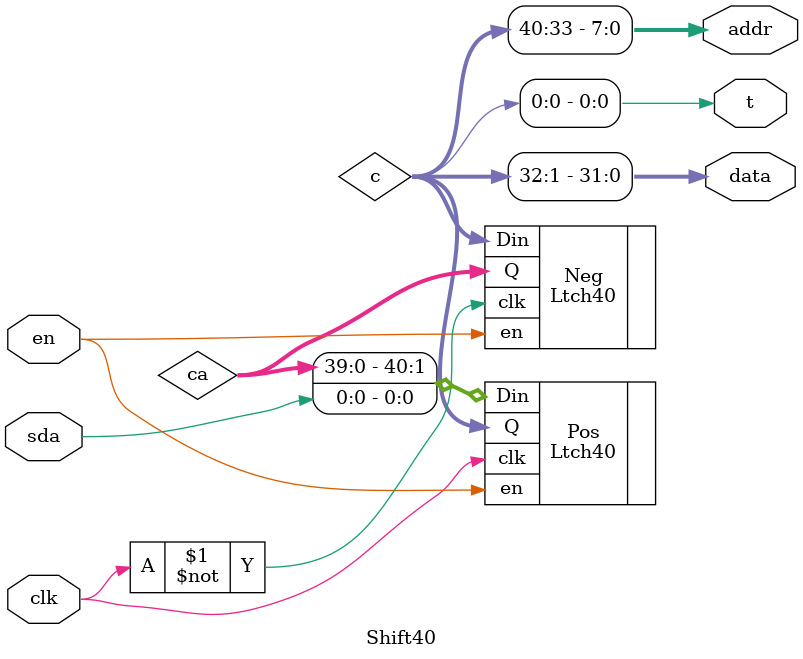
<source format=v>
`timescale 1ns / 1ps

module Shift40(
	output wire [31:0] data, 		// 32 time slices,each gets a counter
	output wire [7:0] addr, 		// 32 time slices,each gets a counter
	input wire clk,    		// Output Serial Data Clock
	input wire en,
	input wire sda,
	output wire t
);

wire [40:0]c;
wire [40:0]ca; 

Ltch40 Pos(	
.clk(clk),    		
.en(en),
.Din({ca[39:0],sda}),
.Q(c)
);

Ltch40 Neg(	
.clk(~clk),    		
.en(en),
.Din(c),
.Q(ca)
);

assign data = c[32:1];
assign addr = c[40:33];
assign t = c[0];

endmodule
</source>
